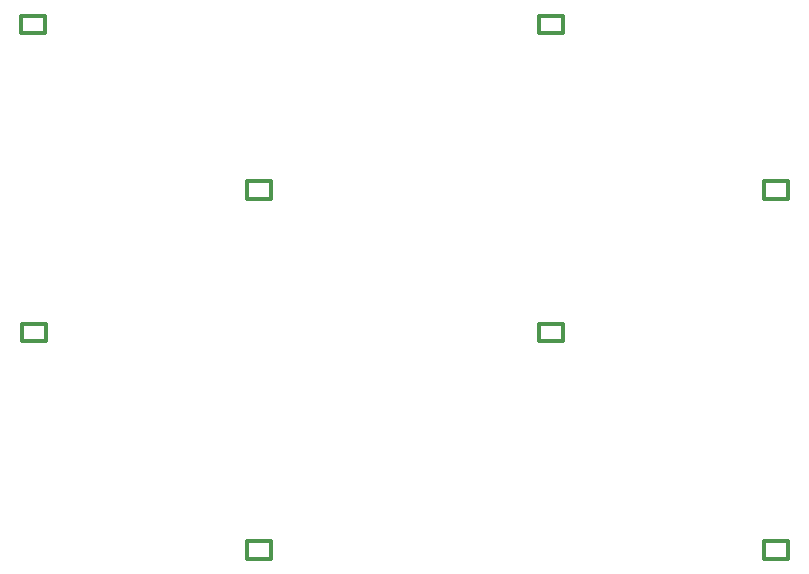
<source format=gbo>
G04 #@! TF.GenerationSoftware,KiCad,Pcbnew,5.0.2-bee76a0~70~ubuntu18.04.1*
G04 #@! TF.CreationDate,2019-07-23T02:31:20+09:00*
G04 #@! TF.ProjectId,shieldL,73686965-6c64-44c2-9e6b-696361645f70,rev?*
G04 #@! TF.SameCoordinates,Original*
G04 #@! TF.FileFunction,Legend,Bot*
G04 #@! TF.FilePolarity,Positive*
%FSLAX46Y46*%
G04 Gerber Fmt 4.6, Leading zero omitted, Abs format (unit mm)*
G04 Created by KiCad (PCBNEW 5.0.2-bee76a0~70~ubuntu18.04.1) date 2019年07月23日 02時31分20秒*
%MOMM*%
%LPD*%
G01*
G04 APERTURE LIST*
%ADD10C,0.300000*%
G04 APERTURE END LIST*
D10*
G04 #@! TO.C,L4*
X126745000Y-164795000D02*
X126745000Y-163345000D01*
X126745000Y-163345000D02*
X128795000Y-163345000D01*
X128795000Y-163345000D02*
X128795000Y-164795000D01*
X128795000Y-164795000D02*
X126745000Y-164795000D01*
G04 #@! TO.C,L3*
X107695000Y-146380000D02*
X107695000Y-144930000D01*
X107695000Y-144930000D02*
X109745000Y-144930000D01*
X109745000Y-144930000D02*
X109745000Y-146380000D01*
X109745000Y-146380000D02*
X107695000Y-146380000D01*
G04 #@! TO.C,L1*
X107641029Y-120271055D02*
X107641029Y-118821055D01*
X107641029Y-118821055D02*
X109691029Y-118821055D01*
X109691029Y-118821055D02*
X109691029Y-120271055D01*
X109691029Y-120271055D02*
X107641029Y-120271055D01*
G04 #@! TO.C,L2*
X126745000Y-134315000D02*
X126745000Y-132865000D01*
X126745000Y-132865000D02*
X128795000Y-132865000D01*
X128795000Y-132865000D02*
X128795000Y-134315000D01*
X128795000Y-134315000D02*
X126745000Y-134315000D01*
G04 #@! TO.C,L3*
X65930000Y-146380000D02*
X63880000Y-146380000D01*
X65930000Y-144930000D02*
X65930000Y-146380000D01*
X63880000Y-144930000D02*
X65930000Y-144930000D01*
X63880000Y-146380000D02*
X63880000Y-144930000D01*
G04 #@! TO.C,L4*
X84980000Y-164795000D02*
X82930000Y-164795000D01*
X84980000Y-163345000D02*
X84980000Y-164795000D01*
X82930000Y-163345000D02*
X84980000Y-163345000D01*
X82930000Y-164795000D02*
X82930000Y-163345000D01*
G04 #@! TO.C,L2*
X84980000Y-134315000D02*
X82930000Y-134315000D01*
X84980000Y-132865000D02*
X84980000Y-134315000D01*
X82930000Y-132865000D02*
X84980000Y-132865000D01*
X82930000Y-134315000D02*
X82930000Y-132865000D01*
G04 #@! TO.C,L1*
X65876029Y-120271055D02*
X63826029Y-120271055D01*
X65876029Y-118821055D02*
X65876029Y-120271055D01*
X63826029Y-118821055D02*
X65876029Y-118821055D01*
X63826029Y-120271055D02*
X63826029Y-118821055D01*
G04 #@! TD*
M02*

</source>
